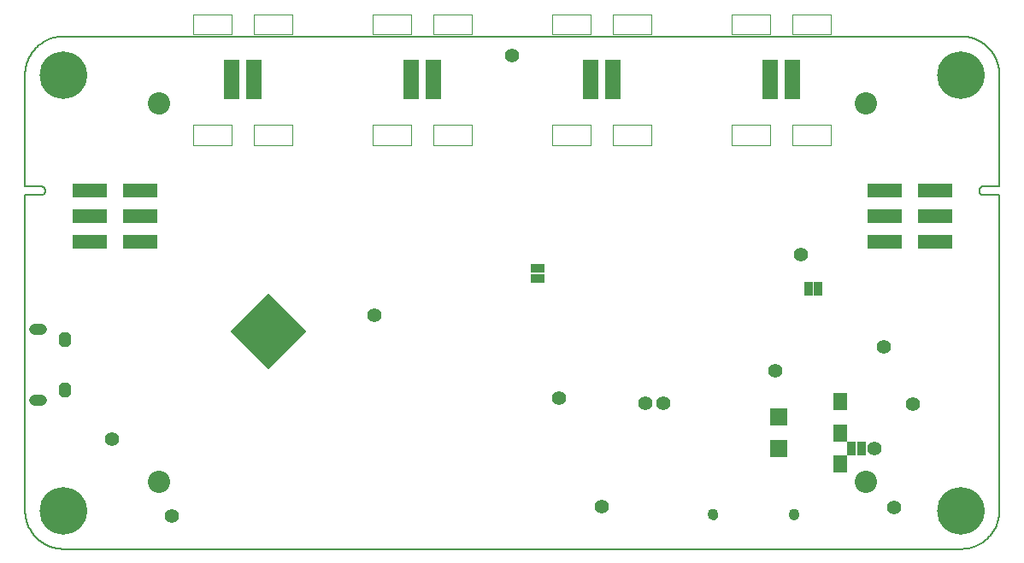
<source format=gbs>
G75*
%MOIN*%
%OFA0B0*%
%FSLAX25Y25*%
%IPPOS*%
%LPD*%
%AMOC8*
5,1,8,0,0,1.08239X$1,22.5*
%
%ADD10C,0.00500*%
%ADD11C,0.00000*%
%ADD12C,0.18517*%
%ADD13R,0.13398X0.05800*%
%ADD14C,0.00394*%
%ADD15R,0.06299X0.15748*%
%ADD16C,0.08674*%
%ADD17C,0.03405*%
%ADD18C,0.04343*%
%ADD19C,0.05562*%
%ADD20R,0.05524X0.06706*%
%ADD21R,0.06706X0.06706*%
%ADD22R,0.03300X0.05800*%
%ADD23R,0.20800X0.20800*%
%ADD24C,0.04300*%
%ADD25R,0.05800X0.03300*%
D10*
X0177595Y0163933D02*
X0527595Y0163933D01*
X0527957Y0163937D01*
X0528320Y0163951D01*
X0528682Y0163972D01*
X0529043Y0164003D01*
X0529403Y0164042D01*
X0529762Y0164090D01*
X0530120Y0164147D01*
X0530477Y0164212D01*
X0530832Y0164286D01*
X0531185Y0164369D01*
X0531536Y0164460D01*
X0531884Y0164559D01*
X0532230Y0164667D01*
X0532574Y0164783D01*
X0532914Y0164908D01*
X0533251Y0165040D01*
X0533585Y0165181D01*
X0533916Y0165330D01*
X0534243Y0165487D01*
X0534566Y0165651D01*
X0534885Y0165823D01*
X0535199Y0166003D01*
X0535510Y0166191D01*
X0535815Y0166386D01*
X0536116Y0166588D01*
X0536412Y0166798D01*
X0536702Y0167014D01*
X0536988Y0167238D01*
X0537268Y0167468D01*
X0537542Y0167705D01*
X0537810Y0167949D01*
X0538073Y0168199D01*
X0538329Y0168455D01*
X0538579Y0168718D01*
X0538823Y0168986D01*
X0539060Y0169260D01*
X0539290Y0169540D01*
X0539514Y0169826D01*
X0539730Y0170116D01*
X0539940Y0170412D01*
X0540142Y0170713D01*
X0540337Y0171018D01*
X0540525Y0171329D01*
X0540705Y0171643D01*
X0540877Y0171962D01*
X0541041Y0172285D01*
X0541198Y0172612D01*
X0541347Y0172943D01*
X0541488Y0173277D01*
X0541620Y0173614D01*
X0541745Y0173954D01*
X0541861Y0174298D01*
X0541969Y0174644D01*
X0542068Y0174992D01*
X0542159Y0175343D01*
X0542242Y0175696D01*
X0542316Y0176051D01*
X0542381Y0176408D01*
X0542438Y0176766D01*
X0542486Y0177125D01*
X0542525Y0177485D01*
X0542556Y0177846D01*
X0542577Y0178208D01*
X0542591Y0178571D01*
X0542595Y0178933D01*
X0542595Y0302004D01*
X0536493Y0302004D01*
X0536411Y0302006D01*
X0536330Y0302012D01*
X0536248Y0302021D01*
X0536167Y0302034D01*
X0536087Y0302051D01*
X0536008Y0302072D01*
X0535930Y0302096D01*
X0535853Y0302124D01*
X0535777Y0302155D01*
X0535703Y0302190D01*
X0535631Y0302228D01*
X0535560Y0302269D01*
X0535492Y0302314D01*
X0535425Y0302362D01*
X0535361Y0302413D01*
X0535299Y0302466D01*
X0535240Y0302523D01*
X0535183Y0302582D01*
X0535130Y0302644D01*
X0535079Y0302708D01*
X0535031Y0302775D01*
X0534986Y0302843D01*
X0534945Y0302914D01*
X0534907Y0302986D01*
X0534872Y0303060D01*
X0534841Y0303136D01*
X0534813Y0303213D01*
X0534789Y0303291D01*
X0534768Y0303370D01*
X0534751Y0303450D01*
X0534738Y0303531D01*
X0534729Y0303613D01*
X0534723Y0303694D01*
X0534721Y0303776D01*
X0534723Y0303858D01*
X0534729Y0303939D01*
X0534738Y0304021D01*
X0534751Y0304102D01*
X0534768Y0304182D01*
X0534789Y0304261D01*
X0534813Y0304339D01*
X0534841Y0304416D01*
X0534872Y0304492D01*
X0534907Y0304566D01*
X0534945Y0304638D01*
X0534986Y0304709D01*
X0535031Y0304777D01*
X0535079Y0304844D01*
X0535130Y0304908D01*
X0535183Y0304970D01*
X0535240Y0305029D01*
X0535299Y0305086D01*
X0535361Y0305139D01*
X0535425Y0305190D01*
X0535492Y0305238D01*
X0535560Y0305283D01*
X0535631Y0305324D01*
X0535703Y0305362D01*
X0535777Y0305397D01*
X0535853Y0305428D01*
X0535930Y0305456D01*
X0536008Y0305480D01*
X0536087Y0305501D01*
X0536167Y0305518D01*
X0536248Y0305531D01*
X0536330Y0305540D01*
X0536411Y0305546D01*
X0536493Y0305548D01*
X0536493Y0305547D02*
X0542595Y0305547D01*
X0542595Y0348933D01*
X0542591Y0349295D01*
X0542577Y0349658D01*
X0542556Y0350020D01*
X0542525Y0350381D01*
X0542486Y0350741D01*
X0542438Y0351100D01*
X0542381Y0351458D01*
X0542316Y0351815D01*
X0542242Y0352170D01*
X0542159Y0352523D01*
X0542068Y0352874D01*
X0541969Y0353222D01*
X0541861Y0353568D01*
X0541745Y0353912D01*
X0541620Y0354252D01*
X0541488Y0354589D01*
X0541347Y0354923D01*
X0541198Y0355254D01*
X0541041Y0355581D01*
X0540877Y0355904D01*
X0540705Y0356223D01*
X0540525Y0356537D01*
X0540337Y0356848D01*
X0540142Y0357153D01*
X0539940Y0357454D01*
X0539730Y0357750D01*
X0539514Y0358040D01*
X0539290Y0358326D01*
X0539060Y0358606D01*
X0538823Y0358880D01*
X0538579Y0359148D01*
X0538329Y0359411D01*
X0538073Y0359667D01*
X0537810Y0359917D01*
X0537542Y0360161D01*
X0537268Y0360398D01*
X0536988Y0360628D01*
X0536702Y0360852D01*
X0536412Y0361068D01*
X0536116Y0361278D01*
X0535815Y0361480D01*
X0535510Y0361675D01*
X0535199Y0361863D01*
X0534885Y0362043D01*
X0534566Y0362215D01*
X0534243Y0362379D01*
X0533916Y0362536D01*
X0533585Y0362685D01*
X0533251Y0362826D01*
X0532914Y0362958D01*
X0532574Y0363083D01*
X0532230Y0363199D01*
X0531884Y0363307D01*
X0531536Y0363406D01*
X0531185Y0363497D01*
X0530832Y0363580D01*
X0530477Y0363654D01*
X0530120Y0363719D01*
X0529762Y0363776D01*
X0529403Y0363824D01*
X0529043Y0363863D01*
X0528682Y0363894D01*
X0528320Y0363915D01*
X0527957Y0363929D01*
X0527595Y0363933D01*
X0177595Y0363933D01*
X0177233Y0363929D01*
X0176870Y0363915D01*
X0176508Y0363894D01*
X0176147Y0363863D01*
X0175787Y0363824D01*
X0175428Y0363776D01*
X0175070Y0363719D01*
X0174713Y0363654D01*
X0174358Y0363580D01*
X0174005Y0363497D01*
X0173654Y0363406D01*
X0173306Y0363307D01*
X0172960Y0363199D01*
X0172616Y0363083D01*
X0172276Y0362958D01*
X0171939Y0362826D01*
X0171605Y0362685D01*
X0171274Y0362536D01*
X0170947Y0362379D01*
X0170624Y0362215D01*
X0170305Y0362043D01*
X0169991Y0361863D01*
X0169680Y0361675D01*
X0169375Y0361480D01*
X0169074Y0361278D01*
X0168778Y0361068D01*
X0168488Y0360852D01*
X0168202Y0360628D01*
X0167922Y0360398D01*
X0167648Y0360161D01*
X0167380Y0359917D01*
X0167117Y0359667D01*
X0166861Y0359411D01*
X0166611Y0359148D01*
X0166367Y0358880D01*
X0166130Y0358606D01*
X0165900Y0358326D01*
X0165676Y0358040D01*
X0165460Y0357750D01*
X0165250Y0357454D01*
X0165048Y0357153D01*
X0164853Y0356848D01*
X0164665Y0356537D01*
X0164485Y0356223D01*
X0164313Y0355904D01*
X0164149Y0355581D01*
X0163992Y0355254D01*
X0163843Y0354923D01*
X0163702Y0354589D01*
X0163570Y0354252D01*
X0163445Y0353912D01*
X0163329Y0353568D01*
X0163221Y0353222D01*
X0163122Y0352874D01*
X0163031Y0352523D01*
X0162948Y0352170D01*
X0162874Y0351815D01*
X0162809Y0351458D01*
X0162752Y0351100D01*
X0162704Y0350741D01*
X0162665Y0350381D01*
X0162634Y0350020D01*
X0162613Y0349658D01*
X0162599Y0349295D01*
X0162595Y0348933D01*
X0162595Y0305547D01*
X0168698Y0305547D01*
X0168698Y0305548D02*
X0168780Y0305546D01*
X0168861Y0305540D01*
X0168943Y0305531D01*
X0169024Y0305518D01*
X0169104Y0305501D01*
X0169183Y0305480D01*
X0169261Y0305456D01*
X0169338Y0305428D01*
X0169414Y0305397D01*
X0169488Y0305362D01*
X0169560Y0305324D01*
X0169631Y0305283D01*
X0169699Y0305238D01*
X0169766Y0305190D01*
X0169830Y0305139D01*
X0169892Y0305086D01*
X0169951Y0305029D01*
X0170008Y0304970D01*
X0170061Y0304908D01*
X0170112Y0304844D01*
X0170160Y0304777D01*
X0170205Y0304709D01*
X0170246Y0304638D01*
X0170284Y0304566D01*
X0170319Y0304492D01*
X0170350Y0304416D01*
X0170378Y0304339D01*
X0170402Y0304261D01*
X0170423Y0304182D01*
X0170440Y0304102D01*
X0170453Y0304021D01*
X0170462Y0303939D01*
X0170468Y0303858D01*
X0170470Y0303776D01*
X0170468Y0303694D01*
X0170462Y0303613D01*
X0170453Y0303531D01*
X0170440Y0303450D01*
X0170423Y0303370D01*
X0170402Y0303291D01*
X0170378Y0303213D01*
X0170350Y0303136D01*
X0170319Y0303060D01*
X0170284Y0302986D01*
X0170246Y0302914D01*
X0170205Y0302843D01*
X0170160Y0302775D01*
X0170112Y0302708D01*
X0170061Y0302644D01*
X0170008Y0302582D01*
X0169951Y0302523D01*
X0169892Y0302466D01*
X0169830Y0302413D01*
X0169766Y0302362D01*
X0169699Y0302314D01*
X0169631Y0302269D01*
X0169560Y0302228D01*
X0169488Y0302190D01*
X0169414Y0302155D01*
X0169338Y0302124D01*
X0169261Y0302096D01*
X0169183Y0302072D01*
X0169104Y0302051D01*
X0169024Y0302034D01*
X0168943Y0302021D01*
X0168861Y0302012D01*
X0168780Y0302006D01*
X0168698Y0302004D01*
X0162595Y0302004D01*
X0162595Y0178933D01*
X0162599Y0178571D01*
X0162613Y0178208D01*
X0162634Y0177846D01*
X0162665Y0177485D01*
X0162704Y0177125D01*
X0162752Y0176766D01*
X0162809Y0176408D01*
X0162874Y0176051D01*
X0162948Y0175696D01*
X0163031Y0175343D01*
X0163122Y0174992D01*
X0163221Y0174644D01*
X0163329Y0174298D01*
X0163445Y0173954D01*
X0163570Y0173614D01*
X0163702Y0173277D01*
X0163843Y0172943D01*
X0163992Y0172612D01*
X0164149Y0172285D01*
X0164313Y0171962D01*
X0164485Y0171643D01*
X0164665Y0171329D01*
X0164853Y0171018D01*
X0165048Y0170713D01*
X0165250Y0170412D01*
X0165460Y0170116D01*
X0165676Y0169826D01*
X0165900Y0169540D01*
X0166130Y0169260D01*
X0166367Y0168986D01*
X0166611Y0168718D01*
X0166861Y0168455D01*
X0167117Y0168199D01*
X0167380Y0167949D01*
X0167648Y0167705D01*
X0167922Y0167468D01*
X0168202Y0167238D01*
X0168488Y0167014D01*
X0168778Y0166798D01*
X0169074Y0166588D01*
X0169375Y0166386D01*
X0169680Y0166191D01*
X0169991Y0166003D01*
X0170305Y0165823D01*
X0170624Y0165651D01*
X0170947Y0165487D01*
X0171274Y0165330D01*
X0171605Y0165181D01*
X0171939Y0165040D01*
X0172276Y0164908D01*
X0172616Y0164783D01*
X0172960Y0164667D01*
X0173306Y0164559D01*
X0173654Y0164460D01*
X0174005Y0164369D01*
X0174358Y0164286D01*
X0174713Y0164212D01*
X0175070Y0164147D01*
X0175428Y0164090D01*
X0175787Y0164042D01*
X0176147Y0164003D01*
X0176508Y0163972D01*
X0176870Y0163951D01*
X0177233Y0163937D01*
X0177595Y0163933D01*
D11*
X0168737Y0178933D02*
X0168740Y0179150D01*
X0168748Y0179368D01*
X0168761Y0179585D01*
X0168780Y0179801D01*
X0168804Y0180017D01*
X0168833Y0180233D01*
X0168867Y0180447D01*
X0168907Y0180661D01*
X0168952Y0180874D01*
X0169002Y0181085D01*
X0169058Y0181296D01*
X0169118Y0181504D01*
X0169184Y0181712D01*
X0169255Y0181917D01*
X0169331Y0182121D01*
X0169411Y0182323D01*
X0169497Y0182523D01*
X0169587Y0182720D01*
X0169683Y0182916D01*
X0169783Y0183109D01*
X0169888Y0183299D01*
X0169997Y0183487D01*
X0170111Y0183672D01*
X0170230Y0183854D01*
X0170353Y0184034D01*
X0170480Y0184210D01*
X0170612Y0184383D01*
X0170748Y0184552D01*
X0170888Y0184719D01*
X0171032Y0184882D01*
X0171180Y0185041D01*
X0171331Y0185197D01*
X0171487Y0185348D01*
X0171646Y0185496D01*
X0171809Y0185640D01*
X0171976Y0185780D01*
X0172145Y0185916D01*
X0172318Y0186048D01*
X0172494Y0186175D01*
X0172674Y0186298D01*
X0172856Y0186417D01*
X0173041Y0186531D01*
X0173229Y0186640D01*
X0173419Y0186745D01*
X0173612Y0186845D01*
X0173808Y0186941D01*
X0174005Y0187031D01*
X0174205Y0187117D01*
X0174407Y0187197D01*
X0174611Y0187273D01*
X0174816Y0187344D01*
X0175024Y0187410D01*
X0175232Y0187470D01*
X0175443Y0187526D01*
X0175654Y0187576D01*
X0175867Y0187621D01*
X0176081Y0187661D01*
X0176295Y0187695D01*
X0176511Y0187724D01*
X0176727Y0187748D01*
X0176943Y0187767D01*
X0177160Y0187780D01*
X0177378Y0187788D01*
X0177595Y0187791D01*
X0177812Y0187788D01*
X0178030Y0187780D01*
X0178247Y0187767D01*
X0178463Y0187748D01*
X0178679Y0187724D01*
X0178895Y0187695D01*
X0179109Y0187661D01*
X0179323Y0187621D01*
X0179536Y0187576D01*
X0179747Y0187526D01*
X0179958Y0187470D01*
X0180166Y0187410D01*
X0180374Y0187344D01*
X0180579Y0187273D01*
X0180783Y0187197D01*
X0180985Y0187117D01*
X0181185Y0187031D01*
X0181382Y0186941D01*
X0181578Y0186845D01*
X0181771Y0186745D01*
X0181961Y0186640D01*
X0182149Y0186531D01*
X0182334Y0186417D01*
X0182516Y0186298D01*
X0182696Y0186175D01*
X0182872Y0186048D01*
X0183045Y0185916D01*
X0183214Y0185780D01*
X0183381Y0185640D01*
X0183544Y0185496D01*
X0183703Y0185348D01*
X0183859Y0185197D01*
X0184010Y0185041D01*
X0184158Y0184882D01*
X0184302Y0184719D01*
X0184442Y0184552D01*
X0184578Y0184383D01*
X0184710Y0184210D01*
X0184837Y0184034D01*
X0184960Y0183854D01*
X0185079Y0183672D01*
X0185193Y0183487D01*
X0185302Y0183299D01*
X0185407Y0183109D01*
X0185507Y0182916D01*
X0185603Y0182720D01*
X0185693Y0182523D01*
X0185779Y0182323D01*
X0185859Y0182121D01*
X0185935Y0181917D01*
X0186006Y0181712D01*
X0186072Y0181504D01*
X0186132Y0181296D01*
X0186188Y0181085D01*
X0186238Y0180874D01*
X0186283Y0180661D01*
X0186323Y0180447D01*
X0186357Y0180233D01*
X0186386Y0180017D01*
X0186410Y0179801D01*
X0186429Y0179585D01*
X0186442Y0179368D01*
X0186450Y0179150D01*
X0186453Y0178933D01*
X0186450Y0178716D01*
X0186442Y0178498D01*
X0186429Y0178281D01*
X0186410Y0178065D01*
X0186386Y0177849D01*
X0186357Y0177633D01*
X0186323Y0177419D01*
X0186283Y0177205D01*
X0186238Y0176992D01*
X0186188Y0176781D01*
X0186132Y0176570D01*
X0186072Y0176362D01*
X0186006Y0176154D01*
X0185935Y0175949D01*
X0185859Y0175745D01*
X0185779Y0175543D01*
X0185693Y0175343D01*
X0185603Y0175146D01*
X0185507Y0174950D01*
X0185407Y0174757D01*
X0185302Y0174567D01*
X0185193Y0174379D01*
X0185079Y0174194D01*
X0184960Y0174012D01*
X0184837Y0173832D01*
X0184710Y0173656D01*
X0184578Y0173483D01*
X0184442Y0173314D01*
X0184302Y0173147D01*
X0184158Y0172984D01*
X0184010Y0172825D01*
X0183859Y0172669D01*
X0183703Y0172518D01*
X0183544Y0172370D01*
X0183381Y0172226D01*
X0183214Y0172086D01*
X0183045Y0171950D01*
X0182872Y0171818D01*
X0182696Y0171691D01*
X0182516Y0171568D01*
X0182334Y0171449D01*
X0182149Y0171335D01*
X0181961Y0171226D01*
X0181771Y0171121D01*
X0181578Y0171021D01*
X0181382Y0170925D01*
X0181185Y0170835D01*
X0180985Y0170749D01*
X0180783Y0170669D01*
X0180579Y0170593D01*
X0180374Y0170522D01*
X0180166Y0170456D01*
X0179958Y0170396D01*
X0179747Y0170340D01*
X0179536Y0170290D01*
X0179323Y0170245D01*
X0179109Y0170205D01*
X0178895Y0170171D01*
X0178679Y0170142D01*
X0178463Y0170118D01*
X0178247Y0170099D01*
X0178030Y0170086D01*
X0177812Y0170078D01*
X0177595Y0170075D01*
X0177378Y0170078D01*
X0177160Y0170086D01*
X0176943Y0170099D01*
X0176727Y0170118D01*
X0176511Y0170142D01*
X0176295Y0170171D01*
X0176081Y0170205D01*
X0175867Y0170245D01*
X0175654Y0170290D01*
X0175443Y0170340D01*
X0175232Y0170396D01*
X0175024Y0170456D01*
X0174816Y0170522D01*
X0174611Y0170593D01*
X0174407Y0170669D01*
X0174205Y0170749D01*
X0174005Y0170835D01*
X0173808Y0170925D01*
X0173612Y0171021D01*
X0173419Y0171121D01*
X0173229Y0171226D01*
X0173041Y0171335D01*
X0172856Y0171449D01*
X0172674Y0171568D01*
X0172494Y0171691D01*
X0172318Y0171818D01*
X0172145Y0171950D01*
X0171976Y0172086D01*
X0171809Y0172226D01*
X0171646Y0172370D01*
X0171487Y0172518D01*
X0171331Y0172669D01*
X0171180Y0172825D01*
X0171032Y0172984D01*
X0170888Y0173147D01*
X0170748Y0173314D01*
X0170612Y0173483D01*
X0170480Y0173656D01*
X0170353Y0173832D01*
X0170230Y0174012D01*
X0170111Y0174194D01*
X0169997Y0174379D01*
X0169888Y0174567D01*
X0169783Y0174757D01*
X0169683Y0174950D01*
X0169587Y0175146D01*
X0169497Y0175343D01*
X0169411Y0175543D01*
X0169331Y0175745D01*
X0169255Y0175949D01*
X0169184Y0176154D01*
X0169118Y0176362D01*
X0169058Y0176570D01*
X0169002Y0176781D01*
X0168952Y0176992D01*
X0168907Y0177205D01*
X0168867Y0177419D01*
X0168833Y0177633D01*
X0168804Y0177849D01*
X0168780Y0178065D01*
X0168761Y0178281D01*
X0168748Y0178498D01*
X0168740Y0178716D01*
X0168737Y0178933D01*
X0210863Y0190114D02*
X0210865Y0190239D01*
X0210871Y0190364D01*
X0210881Y0190488D01*
X0210895Y0190612D01*
X0210912Y0190736D01*
X0210934Y0190859D01*
X0210960Y0190981D01*
X0210989Y0191103D01*
X0211022Y0191223D01*
X0211060Y0191342D01*
X0211100Y0191461D01*
X0211145Y0191577D01*
X0211193Y0191692D01*
X0211245Y0191806D01*
X0211301Y0191918D01*
X0211360Y0192028D01*
X0211422Y0192136D01*
X0211488Y0192243D01*
X0211557Y0192347D01*
X0211630Y0192448D01*
X0211705Y0192548D01*
X0211784Y0192645D01*
X0211866Y0192739D01*
X0211951Y0192831D01*
X0212038Y0192920D01*
X0212129Y0193006D01*
X0212222Y0193089D01*
X0212318Y0193170D01*
X0212416Y0193247D01*
X0212516Y0193321D01*
X0212619Y0193392D01*
X0212724Y0193459D01*
X0212832Y0193524D01*
X0212941Y0193584D01*
X0213052Y0193642D01*
X0213165Y0193695D01*
X0213279Y0193745D01*
X0213395Y0193792D01*
X0213512Y0193834D01*
X0213631Y0193873D01*
X0213751Y0193909D01*
X0213872Y0193940D01*
X0213994Y0193968D01*
X0214116Y0193991D01*
X0214240Y0194011D01*
X0214364Y0194027D01*
X0214488Y0194039D01*
X0214613Y0194047D01*
X0214738Y0194051D01*
X0214862Y0194051D01*
X0214987Y0194047D01*
X0215112Y0194039D01*
X0215236Y0194027D01*
X0215360Y0194011D01*
X0215484Y0193991D01*
X0215606Y0193968D01*
X0215728Y0193940D01*
X0215849Y0193909D01*
X0215969Y0193873D01*
X0216088Y0193834D01*
X0216205Y0193792D01*
X0216321Y0193745D01*
X0216435Y0193695D01*
X0216548Y0193642D01*
X0216659Y0193584D01*
X0216769Y0193524D01*
X0216876Y0193459D01*
X0216981Y0193392D01*
X0217084Y0193321D01*
X0217184Y0193247D01*
X0217282Y0193170D01*
X0217378Y0193089D01*
X0217471Y0193006D01*
X0217562Y0192920D01*
X0217649Y0192831D01*
X0217734Y0192739D01*
X0217816Y0192645D01*
X0217895Y0192548D01*
X0217970Y0192448D01*
X0218043Y0192347D01*
X0218112Y0192243D01*
X0218178Y0192136D01*
X0218240Y0192028D01*
X0218299Y0191918D01*
X0218355Y0191806D01*
X0218407Y0191692D01*
X0218455Y0191577D01*
X0218500Y0191461D01*
X0218540Y0191342D01*
X0218578Y0191223D01*
X0218611Y0191103D01*
X0218640Y0190981D01*
X0218666Y0190859D01*
X0218688Y0190736D01*
X0218705Y0190612D01*
X0218719Y0190488D01*
X0218729Y0190364D01*
X0218735Y0190239D01*
X0218737Y0190114D01*
X0218735Y0189989D01*
X0218729Y0189864D01*
X0218719Y0189740D01*
X0218705Y0189616D01*
X0218688Y0189492D01*
X0218666Y0189369D01*
X0218640Y0189247D01*
X0218611Y0189125D01*
X0218578Y0189005D01*
X0218540Y0188886D01*
X0218500Y0188767D01*
X0218455Y0188651D01*
X0218407Y0188536D01*
X0218355Y0188422D01*
X0218299Y0188310D01*
X0218240Y0188200D01*
X0218178Y0188092D01*
X0218112Y0187985D01*
X0218043Y0187881D01*
X0217970Y0187780D01*
X0217895Y0187680D01*
X0217816Y0187583D01*
X0217734Y0187489D01*
X0217649Y0187397D01*
X0217562Y0187308D01*
X0217471Y0187222D01*
X0217378Y0187139D01*
X0217282Y0187058D01*
X0217184Y0186981D01*
X0217084Y0186907D01*
X0216981Y0186836D01*
X0216876Y0186769D01*
X0216768Y0186704D01*
X0216659Y0186644D01*
X0216548Y0186586D01*
X0216435Y0186533D01*
X0216321Y0186483D01*
X0216205Y0186436D01*
X0216088Y0186394D01*
X0215969Y0186355D01*
X0215849Y0186319D01*
X0215728Y0186288D01*
X0215606Y0186260D01*
X0215484Y0186237D01*
X0215360Y0186217D01*
X0215236Y0186201D01*
X0215112Y0186189D01*
X0214987Y0186181D01*
X0214862Y0186177D01*
X0214738Y0186177D01*
X0214613Y0186181D01*
X0214488Y0186189D01*
X0214364Y0186201D01*
X0214240Y0186217D01*
X0214116Y0186237D01*
X0213994Y0186260D01*
X0213872Y0186288D01*
X0213751Y0186319D01*
X0213631Y0186355D01*
X0213512Y0186394D01*
X0213395Y0186436D01*
X0213279Y0186483D01*
X0213165Y0186533D01*
X0213052Y0186586D01*
X0212941Y0186644D01*
X0212831Y0186704D01*
X0212724Y0186769D01*
X0212619Y0186836D01*
X0212516Y0186907D01*
X0212416Y0186981D01*
X0212318Y0187058D01*
X0212222Y0187139D01*
X0212129Y0187222D01*
X0212038Y0187308D01*
X0211951Y0187397D01*
X0211866Y0187489D01*
X0211784Y0187583D01*
X0211705Y0187680D01*
X0211630Y0187780D01*
X0211557Y0187881D01*
X0211488Y0187985D01*
X0211422Y0188092D01*
X0211360Y0188200D01*
X0211301Y0188310D01*
X0211245Y0188422D01*
X0211193Y0188536D01*
X0211145Y0188651D01*
X0211100Y0188767D01*
X0211060Y0188886D01*
X0211022Y0189005D01*
X0210989Y0189125D01*
X0210960Y0189247D01*
X0210934Y0189369D01*
X0210912Y0189492D01*
X0210895Y0189616D01*
X0210881Y0189740D01*
X0210871Y0189864D01*
X0210865Y0189989D01*
X0210863Y0190114D01*
X0210863Y0337752D02*
X0210865Y0337877D01*
X0210871Y0338002D01*
X0210881Y0338126D01*
X0210895Y0338250D01*
X0210912Y0338374D01*
X0210934Y0338497D01*
X0210960Y0338619D01*
X0210989Y0338741D01*
X0211022Y0338861D01*
X0211060Y0338980D01*
X0211100Y0339099D01*
X0211145Y0339215D01*
X0211193Y0339330D01*
X0211245Y0339444D01*
X0211301Y0339556D01*
X0211360Y0339666D01*
X0211422Y0339774D01*
X0211488Y0339881D01*
X0211557Y0339985D01*
X0211630Y0340086D01*
X0211705Y0340186D01*
X0211784Y0340283D01*
X0211866Y0340377D01*
X0211951Y0340469D01*
X0212038Y0340558D01*
X0212129Y0340644D01*
X0212222Y0340727D01*
X0212318Y0340808D01*
X0212416Y0340885D01*
X0212516Y0340959D01*
X0212619Y0341030D01*
X0212724Y0341097D01*
X0212832Y0341162D01*
X0212941Y0341222D01*
X0213052Y0341280D01*
X0213165Y0341333D01*
X0213279Y0341383D01*
X0213395Y0341430D01*
X0213512Y0341472D01*
X0213631Y0341511D01*
X0213751Y0341547D01*
X0213872Y0341578D01*
X0213994Y0341606D01*
X0214116Y0341629D01*
X0214240Y0341649D01*
X0214364Y0341665D01*
X0214488Y0341677D01*
X0214613Y0341685D01*
X0214738Y0341689D01*
X0214862Y0341689D01*
X0214987Y0341685D01*
X0215112Y0341677D01*
X0215236Y0341665D01*
X0215360Y0341649D01*
X0215484Y0341629D01*
X0215606Y0341606D01*
X0215728Y0341578D01*
X0215849Y0341547D01*
X0215969Y0341511D01*
X0216088Y0341472D01*
X0216205Y0341430D01*
X0216321Y0341383D01*
X0216435Y0341333D01*
X0216548Y0341280D01*
X0216659Y0341222D01*
X0216769Y0341162D01*
X0216876Y0341097D01*
X0216981Y0341030D01*
X0217084Y0340959D01*
X0217184Y0340885D01*
X0217282Y0340808D01*
X0217378Y0340727D01*
X0217471Y0340644D01*
X0217562Y0340558D01*
X0217649Y0340469D01*
X0217734Y0340377D01*
X0217816Y0340283D01*
X0217895Y0340186D01*
X0217970Y0340086D01*
X0218043Y0339985D01*
X0218112Y0339881D01*
X0218178Y0339774D01*
X0218240Y0339666D01*
X0218299Y0339556D01*
X0218355Y0339444D01*
X0218407Y0339330D01*
X0218455Y0339215D01*
X0218500Y0339099D01*
X0218540Y0338980D01*
X0218578Y0338861D01*
X0218611Y0338741D01*
X0218640Y0338619D01*
X0218666Y0338497D01*
X0218688Y0338374D01*
X0218705Y0338250D01*
X0218719Y0338126D01*
X0218729Y0338002D01*
X0218735Y0337877D01*
X0218737Y0337752D01*
X0218735Y0337627D01*
X0218729Y0337502D01*
X0218719Y0337378D01*
X0218705Y0337254D01*
X0218688Y0337130D01*
X0218666Y0337007D01*
X0218640Y0336885D01*
X0218611Y0336763D01*
X0218578Y0336643D01*
X0218540Y0336524D01*
X0218500Y0336405D01*
X0218455Y0336289D01*
X0218407Y0336174D01*
X0218355Y0336060D01*
X0218299Y0335948D01*
X0218240Y0335838D01*
X0218178Y0335730D01*
X0218112Y0335623D01*
X0218043Y0335519D01*
X0217970Y0335418D01*
X0217895Y0335318D01*
X0217816Y0335221D01*
X0217734Y0335127D01*
X0217649Y0335035D01*
X0217562Y0334946D01*
X0217471Y0334860D01*
X0217378Y0334777D01*
X0217282Y0334696D01*
X0217184Y0334619D01*
X0217084Y0334545D01*
X0216981Y0334474D01*
X0216876Y0334407D01*
X0216768Y0334342D01*
X0216659Y0334282D01*
X0216548Y0334224D01*
X0216435Y0334171D01*
X0216321Y0334121D01*
X0216205Y0334074D01*
X0216088Y0334032D01*
X0215969Y0333993D01*
X0215849Y0333957D01*
X0215728Y0333926D01*
X0215606Y0333898D01*
X0215484Y0333875D01*
X0215360Y0333855D01*
X0215236Y0333839D01*
X0215112Y0333827D01*
X0214987Y0333819D01*
X0214862Y0333815D01*
X0214738Y0333815D01*
X0214613Y0333819D01*
X0214488Y0333827D01*
X0214364Y0333839D01*
X0214240Y0333855D01*
X0214116Y0333875D01*
X0213994Y0333898D01*
X0213872Y0333926D01*
X0213751Y0333957D01*
X0213631Y0333993D01*
X0213512Y0334032D01*
X0213395Y0334074D01*
X0213279Y0334121D01*
X0213165Y0334171D01*
X0213052Y0334224D01*
X0212941Y0334282D01*
X0212831Y0334342D01*
X0212724Y0334407D01*
X0212619Y0334474D01*
X0212516Y0334545D01*
X0212416Y0334619D01*
X0212318Y0334696D01*
X0212222Y0334777D01*
X0212129Y0334860D01*
X0212038Y0334946D01*
X0211951Y0335035D01*
X0211866Y0335127D01*
X0211784Y0335221D01*
X0211705Y0335318D01*
X0211630Y0335418D01*
X0211557Y0335519D01*
X0211488Y0335623D01*
X0211422Y0335730D01*
X0211360Y0335838D01*
X0211301Y0335948D01*
X0211245Y0336060D01*
X0211193Y0336174D01*
X0211145Y0336289D01*
X0211100Y0336405D01*
X0211060Y0336524D01*
X0211022Y0336643D01*
X0210989Y0336763D01*
X0210960Y0336885D01*
X0210934Y0337007D01*
X0210912Y0337130D01*
X0210895Y0337254D01*
X0210881Y0337378D01*
X0210871Y0337502D01*
X0210865Y0337627D01*
X0210863Y0337752D01*
X0168737Y0348933D02*
X0168740Y0349150D01*
X0168748Y0349368D01*
X0168761Y0349585D01*
X0168780Y0349801D01*
X0168804Y0350017D01*
X0168833Y0350233D01*
X0168867Y0350447D01*
X0168907Y0350661D01*
X0168952Y0350874D01*
X0169002Y0351085D01*
X0169058Y0351296D01*
X0169118Y0351504D01*
X0169184Y0351712D01*
X0169255Y0351917D01*
X0169331Y0352121D01*
X0169411Y0352323D01*
X0169497Y0352523D01*
X0169587Y0352720D01*
X0169683Y0352916D01*
X0169783Y0353109D01*
X0169888Y0353299D01*
X0169997Y0353487D01*
X0170111Y0353672D01*
X0170230Y0353854D01*
X0170353Y0354034D01*
X0170480Y0354210D01*
X0170612Y0354383D01*
X0170748Y0354552D01*
X0170888Y0354719D01*
X0171032Y0354882D01*
X0171180Y0355041D01*
X0171331Y0355197D01*
X0171487Y0355348D01*
X0171646Y0355496D01*
X0171809Y0355640D01*
X0171976Y0355780D01*
X0172145Y0355916D01*
X0172318Y0356048D01*
X0172494Y0356175D01*
X0172674Y0356298D01*
X0172856Y0356417D01*
X0173041Y0356531D01*
X0173229Y0356640D01*
X0173419Y0356745D01*
X0173612Y0356845D01*
X0173808Y0356941D01*
X0174005Y0357031D01*
X0174205Y0357117D01*
X0174407Y0357197D01*
X0174611Y0357273D01*
X0174816Y0357344D01*
X0175024Y0357410D01*
X0175232Y0357470D01*
X0175443Y0357526D01*
X0175654Y0357576D01*
X0175867Y0357621D01*
X0176081Y0357661D01*
X0176295Y0357695D01*
X0176511Y0357724D01*
X0176727Y0357748D01*
X0176943Y0357767D01*
X0177160Y0357780D01*
X0177378Y0357788D01*
X0177595Y0357791D01*
X0177812Y0357788D01*
X0178030Y0357780D01*
X0178247Y0357767D01*
X0178463Y0357748D01*
X0178679Y0357724D01*
X0178895Y0357695D01*
X0179109Y0357661D01*
X0179323Y0357621D01*
X0179536Y0357576D01*
X0179747Y0357526D01*
X0179958Y0357470D01*
X0180166Y0357410D01*
X0180374Y0357344D01*
X0180579Y0357273D01*
X0180783Y0357197D01*
X0180985Y0357117D01*
X0181185Y0357031D01*
X0181382Y0356941D01*
X0181578Y0356845D01*
X0181771Y0356745D01*
X0181961Y0356640D01*
X0182149Y0356531D01*
X0182334Y0356417D01*
X0182516Y0356298D01*
X0182696Y0356175D01*
X0182872Y0356048D01*
X0183045Y0355916D01*
X0183214Y0355780D01*
X0183381Y0355640D01*
X0183544Y0355496D01*
X0183703Y0355348D01*
X0183859Y0355197D01*
X0184010Y0355041D01*
X0184158Y0354882D01*
X0184302Y0354719D01*
X0184442Y0354552D01*
X0184578Y0354383D01*
X0184710Y0354210D01*
X0184837Y0354034D01*
X0184960Y0353854D01*
X0185079Y0353672D01*
X0185193Y0353487D01*
X0185302Y0353299D01*
X0185407Y0353109D01*
X0185507Y0352916D01*
X0185603Y0352720D01*
X0185693Y0352523D01*
X0185779Y0352323D01*
X0185859Y0352121D01*
X0185935Y0351917D01*
X0186006Y0351712D01*
X0186072Y0351504D01*
X0186132Y0351296D01*
X0186188Y0351085D01*
X0186238Y0350874D01*
X0186283Y0350661D01*
X0186323Y0350447D01*
X0186357Y0350233D01*
X0186386Y0350017D01*
X0186410Y0349801D01*
X0186429Y0349585D01*
X0186442Y0349368D01*
X0186450Y0349150D01*
X0186453Y0348933D01*
X0186450Y0348716D01*
X0186442Y0348498D01*
X0186429Y0348281D01*
X0186410Y0348065D01*
X0186386Y0347849D01*
X0186357Y0347633D01*
X0186323Y0347419D01*
X0186283Y0347205D01*
X0186238Y0346992D01*
X0186188Y0346781D01*
X0186132Y0346570D01*
X0186072Y0346362D01*
X0186006Y0346154D01*
X0185935Y0345949D01*
X0185859Y0345745D01*
X0185779Y0345543D01*
X0185693Y0345343D01*
X0185603Y0345146D01*
X0185507Y0344950D01*
X0185407Y0344757D01*
X0185302Y0344567D01*
X0185193Y0344379D01*
X0185079Y0344194D01*
X0184960Y0344012D01*
X0184837Y0343832D01*
X0184710Y0343656D01*
X0184578Y0343483D01*
X0184442Y0343314D01*
X0184302Y0343147D01*
X0184158Y0342984D01*
X0184010Y0342825D01*
X0183859Y0342669D01*
X0183703Y0342518D01*
X0183544Y0342370D01*
X0183381Y0342226D01*
X0183214Y0342086D01*
X0183045Y0341950D01*
X0182872Y0341818D01*
X0182696Y0341691D01*
X0182516Y0341568D01*
X0182334Y0341449D01*
X0182149Y0341335D01*
X0181961Y0341226D01*
X0181771Y0341121D01*
X0181578Y0341021D01*
X0181382Y0340925D01*
X0181185Y0340835D01*
X0180985Y0340749D01*
X0180783Y0340669D01*
X0180579Y0340593D01*
X0180374Y0340522D01*
X0180166Y0340456D01*
X0179958Y0340396D01*
X0179747Y0340340D01*
X0179536Y0340290D01*
X0179323Y0340245D01*
X0179109Y0340205D01*
X0178895Y0340171D01*
X0178679Y0340142D01*
X0178463Y0340118D01*
X0178247Y0340099D01*
X0178030Y0340086D01*
X0177812Y0340078D01*
X0177595Y0340075D01*
X0177378Y0340078D01*
X0177160Y0340086D01*
X0176943Y0340099D01*
X0176727Y0340118D01*
X0176511Y0340142D01*
X0176295Y0340171D01*
X0176081Y0340205D01*
X0175867Y0340245D01*
X0175654Y0340290D01*
X0175443Y0340340D01*
X0175232Y0340396D01*
X0175024Y0340456D01*
X0174816Y0340522D01*
X0174611Y0340593D01*
X0174407Y0340669D01*
X0174205Y0340749D01*
X0174005Y0340835D01*
X0173808Y0340925D01*
X0173612Y0341021D01*
X0173419Y0341121D01*
X0173229Y0341226D01*
X0173041Y0341335D01*
X0172856Y0341449D01*
X0172674Y0341568D01*
X0172494Y0341691D01*
X0172318Y0341818D01*
X0172145Y0341950D01*
X0171976Y0342086D01*
X0171809Y0342226D01*
X0171646Y0342370D01*
X0171487Y0342518D01*
X0171331Y0342669D01*
X0171180Y0342825D01*
X0171032Y0342984D01*
X0170888Y0343147D01*
X0170748Y0343314D01*
X0170612Y0343483D01*
X0170480Y0343656D01*
X0170353Y0343832D01*
X0170230Y0344012D01*
X0170111Y0344194D01*
X0169997Y0344379D01*
X0169888Y0344567D01*
X0169783Y0344757D01*
X0169683Y0344950D01*
X0169587Y0345146D01*
X0169497Y0345343D01*
X0169411Y0345543D01*
X0169331Y0345745D01*
X0169255Y0345949D01*
X0169184Y0346154D01*
X0169118Y0346362D01*
X0169058Y0346570D01*
X0169002Y0346781D01*
X0168952Y0346992D01*
X0168907Y0347205D01*
X0168867Y0347419D01*
X0168833Y0347633D01*
X0168804Y0347849D01*
X0168780Y0348065D01*
X0168761Y0348281D01*
X0168748Y0348498D01*
X0168740Y0348716D01*
X0168737Y0348933D01*
X0429109Y0177291D02*
X0429111Y0177374D01*
X0429117Y0177457D01*
X0429127Y0177540D01*
X0429141Y0177622D01*
X0429158Y0177704D01*
X0429180Y0177784D01*
X0429205Y0177863D01*
X0429234Y0177941D01*
X0429267Y0178018D01*
X0429304Y0178093D01*
X0429343Y0178166D01*
X0429387Y0178237D01*
X0429433Y0178306D01*
X0429483Y0178373D01*
X0429536Y0178437D01*
X0429592Y0178499D01*
X0429651Y0178558D01*
X0429713Y0178614D01*
X0429777Y0178667D01*
X0429844Y0178717D01*
X0429913Y0178763D01*
X0429984Y0178807D01*
X0430057Y0178846D01*
X0430132Y0178883D01*
X0430209Y0178916D01*
X0430287Y0178945D01*
X0430366Y0178970D01*
X0430446Y0178992D01*
X0430528Y0179009D01*
X0430610Y0179023D01*
X0430693Y0179033D01*
X0430776Y0179039D01*
X0430859Y0179041D01*
X0430942Y0179039D01*
X0431025Y0179033D01*
X0431108Y0179023D01*
X0431190Y0179009D01*
X0431272Y0178992D01*
X0431352Y0178970D01*
X0431431Y0178945D01*
X0431509Y0178916D01*
X0431586Y0178883D01*
X0431661Y0178846D01*
X0431734Y0178807D01*
X0431805Y0178763D01*
X0431874Y0178717D01*
X0431941Y0178667D01*
X0432005Y0178614D01*
X0432067Y0178558D01*
X0432126Y0178499D01*
X0432182Y0178437D01*
X0432235Y0178373D01*
X0432285Y0178306D01*
X0432331Y0178237D01*
X0432375Y0178166D01*
X0432414Y0178093D01*
X0432451Y0178018D01*
X0432484Y0177941D01*
X0432513Y0177863D01*
X0432538Y0177784D01*
X0432560Y0177704D01*
X0432577Y0177622D01*
X0432591Y0177540D01*
X0432601Y0177457D01*
X0432607Y0177374D01*
X0432609Y0177291D01*
X0432607Y0177208D01*
X0432601Y0177125D01*
X0432591Y0177042D01*
X0432577Y0176960D01*
X0432560Y0176878D01*
X0432538Y0176798D01*
X0432513Y0176719D01*
X0432484Y0176641D01*
X0432451Y0176564D01*
X0432414Y0176489D01*
X0432375Y0176416D01*
X0432331Y0176345D01*
X0432285Y0176276D01*
X0432235Y0176209D01*
X0432182Y0176145D01*
X0432126Y0176083D01*
X0432067Y0176024D01*
X0432005Y0175968D01*
X0431941Y0175915D01*
X0431874Y0175865D01*
X0431805Y0175819D01*
X0431734Y0175775D01*
X0431661Y0175736D01*
X0431586Y0175699D01*
X0431509Y0175666D01*
X0431431Y0175637D01*
X0431352Y0175612D01*
X0431272Y0175590D01*
X0431190Y0175573D01*
X0431108Y0175559D01*
X0431025Y0175549D01*
X0430942Y0175543D01*
X0430859Y0175541D01*
X0430776Y0175543D01*
X0430693Y0175549D01*
X0430610Y0175559D01*
X0430528Y0175573D01*
X0430446Y0175590D01*
X0430366Y0175612D01*
X0430287Y0175637D01*
X0430209Y0175666D01*
X0430132Y0175699D01*
X0430057Y0175736D01*
X0429984Y0175775D01*
X0429913Y0175819D01*
X0429844Y0175865D01*
X0429777Y0175915D01*
X0429713Y0175968D01*
X0429651Y0176024D01*
X0429592Y0176083D01*
X0429536Y0176145D01*
X0429483Y0176209D01*
X0429433Y0176276D01*
X0429387Y0176345D01*
X0429343Y0176416D01*
X0429304Y0176489D01*
X0429267Y0176564D01*
X0429234Y0176641D01*
X0429205Y0176719D01*
X0429180Y0176798D01*
X0429158Y0176878D01*
X0429141Y0176960D01*
X0429127Y0177042D01*
X0429117Y0177125D01*
X0429111Y0177208D01*
X0429109Y0177291D01*
X0460605Y0177291D02*
X0460607Y0177374D01*
X0460613Y0177457D01*
X0460623Y0177540D01*
X0460637Y0177622D01*
X0460654Y0177704D01*
X0460676Y0177784D01*
X0460701Y0177863D01*
X0460730Y0177941D01*
X0460763Y0178018D01*
X0460800Y0178093D01*
X0460839Y0178166D01*
X0460883Y0178237D01*
X0460929Y0178306D01*
X0460979Y0178373D01*
X0461032Y0178437D01*
X0461088Y0178499D01*
X0461147Y0178558D01*
X0461209Y0178614D01*
X0461273Y0178667D01*
X0461340Y0178717D01*
X0461409Y0178763D01*
X0461480Y0178807D01*
X0461553Y0178846D01*
X0461628Y0178883D01*
X0461705Y0178916D01*
X0461783Y0178945D01*
X0461862Y0178970D01*
X0461942Y0178992D01*
X0462024Y0179009D01*
X0462106Y0179023D01*
X0462189Y0179033D01*
X0462272Y0179039D01*
X0462355Y0179041D01*
X0462438Y0179039D01*
X0462521Y0179033D01*
X0462604Y0179023D01*
X0462686Y0179009D01*
X0462768Y0178992D01*
X0462848Y0178970D01*
X0462927Y0178945D01*
X0463005Y0178916D01*
X0463082Y0178883D01*
X0463157Y0178846D01*
X0463230Y0178807D01*
X0463301Y0178763D01*
X0463370Y0178717D01*
X0463437Y0178667D01*
X0463501Y0178614D01*
X0463563Y0178558D01*
X0463622Y0178499D01*
X0463678Y0178437D01*
X0463731Y0178373D01*
X0463781Y0178306D01*
X0463827Y0178237D01*
X0463871Y0178166D01*
X0463910Y0178093D01*
X0463947Y0178018D01*
X0463980Y0177941D01*
X0464009Y0177863D01*
X0464034Y0177784D01*
X0464056Y0177704D01*
X0464073Y0177622D01*
X0464087Y0177540D01*
X0464097Y0177457D01*
X0464103Y0177374D01*
X0464105Y0177291D01*
X0464103Y0177208D01*
X0464097Y0177125D01*
X0464087Y0177042D01*
X0464073Y0176960D01*
X0464056Y0176878D01*
X0464034Y0176798D01*
X0464009Y0176719D01*
X0463980Y0176641D01*
X0463947Y0176564D01*
X0463910Y0176489D01*
X0463871Y0176416D01*
X0463827Y0176345D01*
X0463781Y0176276D01*
X0463731Y0176209D01*
X0463678Y0176145D01*
X0463622Y0176083D01*
X0463563Y0176024D01*
X0463501Y0175968D01*
X0463437Y0175915D01*
X0463370Y0175865D01*
X0463301Y0175819D01*
X0463230Y0175775D01*
X0463157Y0175736D01*
X0463082Y0175699D01*
X0463005Y0175666D01*
X0462927Y0175637D01*
X0462848Y0175612D01*
X0462768Y0175590D01*
X0462686Y0175573D01*
X0462604Y0175559D01*
X0462521Y0175549D01*
X0462438Y0175543D01*
X0462355Y0175541D01*
X0462272Y0175543D01*
X0462189Y0175549D01*
X0462106Y0175559D01*
X0462024Y0175573D01*
X0461942Y0175590D01*
X0461862Y0175612D01*
X0461783Y0175637D01*
X0461705Y0175666D01*
X0461628Y0175699D01*
X0461553Y0175736D01*
X0461480Y0175775D01*
X0461409Y0175819D01*
X0461340Y0175865D01*
X0461273Y0175915D01*
X0461209Y0175968D01*
X0461147Y0176024D01*
X0461088Y0176083D01*
X0461032Y0176145D01*
X0460979Y0176209D01*
X0460929Y0176276D01*
X0460883Y0176345D01*
X0460839Y0176416D01*
X0460800Y0176489D01*
X0460763Y0176564D01*
X0460730Y0176641D01*
X0460701Y0176719D01*
X0460676Y0176798D01*
X0460654Y0176878D01*
X0460637Y0176960D01*
X0460623Y0177042D01*
X0460613Y0177125D01*
X0460607Y0177208D01*
X0460605Y0177291D01*
X0486453Y0190114D02*
X0486455Y0190239D01*
X0486461Y0190364D01*
X0486471Y0190488D01*
X0486485Y0190612D01*
X0486502Y0190736D01*
X0486524Y0190859D01*
X0486550Y0190981D01*
X0486579Y0191103D01*
X0486612Y0191223D01*
X0486650Y0191342D01*
X0486690Y0191461D01*
X0486735Y0191577D01*
X0486783Y0191692D01*
X0486835Y0191806D01*
X0486891Y0191918D01*
X0486950Y0192028D01*
X0487012Y0192136D01*
X0487078Y0192243D01*
X0487147Y0192347D01*
X0487220Y0192448D01*
X0487295Y0192548D01*
X0487374Y0192645D01*
X0487456Y0192739D01*
X0487541Y0192831D01*
X0487628Y0192920D01*
X0487719Y0193006D01*
X0487812Y0193089D01*
X0487908Y0193170D01*
X0488006Y0193247D01*
X0488106Y0193321D01*
X0488209Y0193392D01*
X0488314Y0193459D01*
X0488422Y0193524D01*
X0488531Y0193584D01*
X0488642Y0193642D01*
X0488755Y0193695D01*
X0488869Y0193745D01*
X0488985Y0193792D01*
X0489102Y0193834D01*
X0489221Y0193873D01*
X0489341Y0193909D01*
X0489462Y0193940D01*
X0489584Y0193968D01*
X0489706Y0193991D01*
X0489830Y0194011D01*
X0489954Y0194027D01*
X0490078Y0194039D01*
X0490203Y0194047D01*
X0490328Y0194051D01*
X0490452Y0194051D01*
X0490577Y0194047D01*
X0490702Y0194039D01*
X0490826Y0194027D01*
X0490950Y0194011D01*
X0491074Y0193991D01*
X0491196Y0193968D01*
X0491318Y0193940D01*
X0491439Y0193909D01*
X0491559Y0193873D01*
X0491678Y0193834D01*
X0491795Y0193792D01*
X0491911Y0193745D01*
X0492025Y0193695D01*
X0492138Y0193642D01*
X0492249Y0193584D01*
X0492359Y0193524D01*
X0492466Y0193459D01*
X0492571Y0193392D01*
X0492674Y0193321D01*
X0492774Y0193247D01*
X0492872Y0193170D01*
X0492968Y0193089D01*
X0493061Y0193006D01*
X0493152Y0192920D01*
X0493239Y0192831D01*
X0493324Y0192739D01*
X0493406Y0192645D01*
X0493485Y0192548D01*
X0493560Y0192448D01*
X0493633Y0192347D01*
X0493702Y0192243D01*
X0493768Y0192136D01*
X0493830Y0192028D01*
X0493889Y0191918D01*
X0493945Y0191806D01*
X0493997Y0191692D01*
X0494045Y0191577D01*
X0494090Y0191461D01*
X0494130Y0191342D01*
X0494168Y0191223D01*
X0494201Y0191103D01*
X0494230Y0190981D01*
X0494256Y0190859D01*
X0494278Y0190736D01*
X0494295Y0190612D01*
X0494309Y0190488D01*
X0494319Y0190364D01*
X0494325Y0190239D01*
X0494327Y0190114D01*
X0494325Y0189989D01*
X0494319Y0189864D01*
X0494309Y0189740D01*
X0494295Y0189616D01*
X0494278Y0189492D01*
X0494256Y0189369D01*
X0494230Y0189247D01*
X0494201Y0189125D01*
X0494168Y0189005D01*
X0494130Y0188886D01*
X0494090Y0188767D01*
X0494045Y0188651D01*
X0493997Y0188536D01*
X0493945Y0188422D01*
X0493889Y0188310D01*
X0493830Y0188200D01*
X0493768Y0188092D01*
X0493702Y0187985D01*
X0493633Y0187881D01*
X0493560Y0187780D01*
X0493485Y0187680D01*
X0493406Y0187583D01*
X0493324Y0187489D01*
X0493239Y0187397D01*
X0493152Y0187308D01*
X0493061Y0187222D01*
X0492968Y0187139D01*
X0492872Y0187058D01*
X0492774Y0186981D01*
X0492674Y0186907D01*
X0492571Y0186836D01*
X0492466Y0186769D01*
X0492358Y0186704D01*
X0492249Y0186644D01*
X0492138Y0186586D01*
X0492025Y0186533D01*
X0491911Y0186483D01*
X0491795Y0186436D01*
X0491678Y0186394D01*
X0491559Y0186355D01*
X0491439Y0186319D01*
X0491318Y0186288D01*
X0491196Y0186260D01*
X0491074Y0186237D01*
X0490950Y0186217D01*
X0490826Y0186201D01*
X0490702Y0186189D01*
X0490577Y0186181D01*
X0490452Y0186177D01*
X0490328Y0186177D01*
X0490203Y0186181D01*
X0490078Y0186189D01*
X0489954Y0186201D01*
X0489830Y0186217D01*
X0489706Y0186237D01*
X0489584Y0186260D01*
X0489462Y0186288D01*
X0489341Y0186319D01*
X0489221Y0186355D01*
X0489102Y0186394D01*
X0488985Y0186436D01*
X0488869Y0186483D01*
X0488755Y0186533D01*
X0488642Y0186586D01*
X0488531Y0186644D01*
X0488421Y0186704D01*
X0488314Y0186769D01*
X0488209Y0186836D01*
X0488106Y0186907D01*
X0488006Y0186981D01*
X0487908Y0187058D01*
X0487812Y0187139D01*
X0487719Y0187222D01*
X0487628Y0187308D01*
X0487541Y0187397D01*
X0487456Y0187489D01*
X0487374Y0187583D01*
X0487295Y0187680D01*
X0487220Y0187780D01*
X0487147Y0187881D01*
X0487078Y0187985D01*
X0487012Y0188092D01*
X0486950Y0188200D01*
X0486891Y0188310D01*
X0486835Y0188422D01*
X0486783Y0188536D01*
X0486735Y0188651D01*
X0486690Y0188767D01*
X0486650Y0188886D01*
X0486612Y0189005D01*
X0486579Y0189125D01*
X0486550Y0189247D01*
X0486524Y0189369D01*
X0486502Y0189492D01*
X0486485Y0189616D01*
X0486471Y0189740D01*
X0486461Y0189864D01*
X0486455Y0189989D01*
X0486453Y0190114D01*
X0518737Y0178933D02*
X0518740Y0179150D01*
X0518748Y0179368D01*
X0518761Y0179585D01*
X0518780Y0179801D01*
X0518804Y0180017D01*
X0518833Y0180233D01*
X0518867Y0180447D01*
X0518907Y0180661D01*
X0518952Y0180874D01*
X0519002Y0181085D01*
X0519058Y0181296D01*
X0519118Y0181504D01*
X0519184Y0181712D01*
X0519255Y0181917D01*
X0519331Y0182121D01*
X0519411Y0182323D01*
X0519497Y0182523D01*
X0519587Y0182720D01*
X0519683Y0182916D01*
X0519783Y0183109D01*
X0519888Y0183299D01*
X0519997Y0183487D01*
X0520111Y0183672D01*
X0520230Y0183854D01*
X0520353Y0184034D01*
X0520480Y0184210D01*
X0520612Y0184383D01*
X0520748Y0184552D01*
X0520888Y0184719D01*
X0521032Y0184882D01*
X0521180Y0185041D01*
X0521331Y0185197D01*
X0521487Y0185348D01*
X0521646Y0185496D01*
X0521809Y0185640D01*
X0521976Y0185780D01*
X0522145Y0185916D01*
X0522318Y0186048D01*
X0522494Y0186175D01*
X0522674Y0186298D01*
X0522856Y0186417D01*
X0523041Y0186531D01*
X0523229Y0186640D01*
X0523419Y0186745D01*
X0523612Y0186845D01*
X0523808Y0186941D01*
X0524005Y0187031D01*
X0524205Y0187117D01*
X0524407Y0187197D01*
X0524611Y0187273D01*
X0524816Y0187344D01*
X0525024Y0187410D01*
X0525232Y0187470D01*
X0525443Y0187526D01*
X0525654Y0187576D01*
X0525867Y0187621D01*
X0526081Y0187661D01*
X0526295Y0187695D01*
X0526511Y0187724D01*
X0526727Y0187748D01*
X0526943Y0187767D01*
X0527160Y0187780D01*
X0527378Y0187788D01*
X0527595Y0187791D01*
X0527812Y0187788D01*
X0528030Y0187780D01*
X0528247Y0187767D01*
X0528463Y0187748D01*
X0528679Y0187724D01*
X0528895Y0187695D01*
X0529109Y0187661D01*
X0529323Y0187621D01*
X0529536Y0187576D01*
X0529747Y0187526D01*
X0529958Y0187470D01*
X0530166Y0187410D01*
X0530374Y0187344D01*
X0530579Y0187273D01*
X0530783Y0187197D01*
X0530985Y0187117D01*
X0531185Y0187031D01*
X0531382Y0186941D01*
X0531578Y0186845D01*
X0531771Y0186745D01*
X0531961Y0186640D01*
X0532149Y0186531D01*
X0532334Y0186417D01*
X0532516Y0186298D01*
X0532696Y0186175D01*
X0532872Y0186048D01*
X0533045Y0185916D01*
X0533214Y0185780D01*
X0533381Y0185640D01*
X0533544Y0185496D01*
X0533703Y0185348D01*
X0533859Y0185197D01*
X0534010Y0185041D01*
X0534158Y0184882D01*
X0534302Y0184719D01*
X0534442Y0184552D01*
X0534578Y0184383D01*
X0534710Y0184210D01*
X0534837Y0184034D01*
X0534960Y0183854D01*
X0535079Y0183672D01*
X0535193Y0183487D01*
X0535302Y0183299D01*
X0535407Y0183109D01*
X0535507Y0182916D01*
X0535603Y0182720D01*
X0535693Y0182523D01*
X0535779Y0182323D01*
X0535859Y0182121D01*
X0535935Y0181917D01*
X0536006Y0181712D01*
X0536072Y0181504D01*
X0536132Y0181296D01*
X0536188Y0181085D01*
X0536238Y0180874D01*
X0536283Y0180661D01*
X0536323Y0180447D01*
X0536357Y0180233D01*
X0536386Y0180017D01*
X0536410Y0179801D01*
X0536429Y0179585D01*
X0536442Y0179368D01*
X0536450Y0179150D01*
X0536453Y0178933D01*
X0536450Y0178716D01*
X0536442Y0178498D01*
X0536429Y0178281D01*
X0536410Y0178065D01*
X0536386Y0177849D01*
X0536357Y0177633D01*
X0536323Y0177419D01*
X0536283Y0177205D01*
X0536238Y0176992D01*
X0536188Y0176781D01*
X0536132Y0176570D01*
X0536072Y0176362D01*
X0536006Y0176154D01*
X0535935Y0175949D01*
X0535859Y0175745D01*
X0535779Y0175543D01*
X0535693Y0175343D01*
X0535603Y0175146D01*
X0535507Y0174950D01*
X0535407Y0174757D01*
X0535302Y0174567D01*
X0535193Y0174379D01*
X0535079Y0174194D01*
X0534960Y0174012D01*
X0534837Y0173832D01*
X0534710Y0173656D01*
X0534578Y0173483D01*
X0534442Y0173314D01*
X0534302Y0173147D01*
X0534158Y0172984D01*
X0534010Y0172825D01*
X0533859Y0172669D01*
X0533703Y0172518D01*
X0533544Y0172370D01*
X0533381Y0172226D01*
X0533214Y0172086D01*
X0533045Y0171950D01*
X0532872Y0171818D01*
X0532696Y0171691D01*
X0532516Y0171568D01*
X0532334Y0171449D01*
X0532149Y0171335D01*
X0531961Y0171226D01*
X0531771Y0171121D01*
X0531578Y0171021D01*
X0531382Y0170925D01*
X0531185Y0170835D01*
X0530985Y0170749D01*
X0530783Y0170669D01*
X0530579Y0170593D01*
X0530374Y0170522D01*
X0530166Y0170456D01*
X0529958Y0170396D01*
X0529747Y0170340D01*
X0529536Y0170290D01*
X0529323Y0170245D01*
X0529109Y0170205D01*
X0528895Y0170171D01*
X0528679Y0170142D01*
X0528463Y0170118D01*
X0528247Y0170099D01*
X0528030Y0170086D01*
X0527812Y0170078D01*
X0527595Y0170075D01*
X0527378Y0170078D01*
X0527160Y0170086D01*
X0526943Y0170099D01*
X0526727Y0170118D01*
X0526511Y0170142D01*
X0526295Y0170171D01*
X0526081Y0170205D01*
X0525867Y0170245D01*
X0525654Y0170290D01*
X0525443Y0170340D01*
X0525232Y0170396D01*
X0525024Y0170456D01*
X0524816Y0170522D01*
X0524611Y0170593D01*
X0524407Y0170669D01*
X0524205Y0170749D01*
X0524005Y0170835D01*
X0523808Y0170925D01*
X0523612Y0171021D01*
X0523419Y0171121D01*
X0523229Y0171226D01*
X0523041Y0171335D01*
X0522856Y0171449D01*
X0522674Y0171568D01*
X0522494Y0171691D01*
X0522318Y0171818D01*
X0522145Y0171950D01*
X0521976Y0172086D01*
X0521809Y0172226D01*
X0521646Y0172370D01*
X0521487Y0172518D01*
X0521331Y0172669D01*
X0521180Y0172825D01*
X0521032Y0172984D01*
X0520888Y0173147D01*
X0520748Y0173314D01*
X0520612Y0173483D01*
X0520480Y0173656D01*
X0520353Y0173832D01*
X0520230Y0174012D01*
X0520111Y0174194D01*
X0519997Y0174379D01*
X0519888Y0174567D01*
X0519783Y0174757D01*
X0519683Y0174950D01*
X0519587Y0175146D01*
X0519497Y0175343D01*
X0519411Y0175543D01*
X0519331Y0175745D01*
X0519255Y0175949D01*
X0519184Y0176154D01*
X0519118Y0176362D01*
X0519058Y0176570D01*
X0519002Y0176781D01*
X0518952Y0176992D01*
X0518907Y0177205D01*
X0518867Y0177419D01*
X0518833Y0177633D01*
X0518804Y0177849D01*
X0518780Y0178065D01*
X0518761Y0178281D01*
X0518748Y0178498D01*
X0518740Y0178716D01*
X0518737Y0178933D01*
X0486453Y0337752D02*
X0486455Y0337877D01*
X0486461Y0338002D01*
X0486471Y0338126D01*
X0486485Y0338250D01*
X0486502Y0338374D01*
X0486524Y0338497D01*
X0486550Y0338619D01*
X0486579Y0338741D01*
X0486612Y0338861D01*
X0486650Y0338980D01*
X0486690Y0339099D01*
X0486735Y0339215D01*
X0486783Y0339330D01*
X0486835Y0339444D01*
X0486891Y0339556D01*
X0486950Y0339666D01*
X0487012Y0339774D01*
X0487078Y0339881D01*
X0487147Y0339985D01*
X0487220Y0340086D01*
X0487295Y0340186D01*
X0487374Y0340283D01*
X0487456Y0340377D01*
X0487541Y0340469D01*
X0487628Y0340558D01*
X0487719Y0340644D01*
X0487812Y0340727D01*
X0487908Y0340808D01*
X0488006Y0340885D01*
X0488106Y0340959D01*
X0488209Y0341030D01*
X0488314Y0341097D01*
X0488422Y0341162D01*
X0488531Y0341222D01*
X0488642Y0341280D01*
X0488755Y0341333D01*
X0488869Y0341383D01*
X0488985Y0341430D01*
X0489102Y0341472D01*
X0489221Y0341511D01*
X0489341Y0341547D01*
X0489462Y0341578D01*
X0489584Y0341606D01*
X0489706Y0341629D01*
X0489830Y0341649D01*
X0489954Y0341665D01*
X0490078Y0341677D01*
X0490203Y0341685D01*
X0490328Y0341689D01*
X0490452Y0341689D01*
X0490577Y0341685D01*
X0490702Y0341677D01*
X0490826Y0341665D01*
X0490950Y0341649D01*
X0491074Y0341629D01*
X0491196Y0341606D01*
X0491318Y0341578D01*
X0491439Y0341547D01*
X0491559Y0341511D01*
X0491678Y0341472D01*
X0491795Y0341430D01*
X0491911Y0341383D01*
X0492025Y0341333D01*
X0492138Y0341280D01*
X0492249Y0341222D01*
X0492359Y0341162D01*
X0492466Y0341097D01*
X0492571Y0341030D01*
X0492674Y0340959D01*
X0492774Y0340885D01*
X0492872Y0340808D01*
X0492968Y0340727D01*
X0493061Y0340644D01*
X0493152Y0340558D01*
X0493239Y0340469D01*
X0493324Y0340377D01*
X0493406Y0340283D01*
X0493485Y0340186D01*
X0493560Y0340086D01*
X0493633Y0339985D01*
X0493702Y0339881D01*
X0493768Y0339774D01*
X0493830Y0339666D01*
X0493889Y0339556D01*
X0493945Y0339444D01*
X0493997Y0339330D01*
X0494045Y0339215D01*
X0494090Y0339099D01*
X0494130Y0338980D01*
X0494168Y0338861D01*
X0494201Y0338741D01*
X0494230Y0338619D01*
X0494256Y0338497D01*
X0494278Y0338374D01*
X0494295Y0338250D01*
X0494309Y0338126D01*
X0494319Y0338002D01*
X0494325Y0337877D01*
X0494327Y0337752D01*
X0494325Y0337627D01*
X0494319Y0337502D01*
X0494309Y0337378D01*
X0494295Y0337254D01*
X0494278Y0337130D01*
X0494256Y0337007D01*
X0494230Y0336885D01*
X0494201Y0336763D01*
X0494168Y0336643D01*
X0494130Y0336524D01*
X0494090Y0336405D01*
X0494045Y0336289D01*
X0493997Y0336174D01*
X0493945Y0336060D01*
X0493889Y0335948D01*
X0493830Y0335838D01*
X0493768Y0335730D01*
X0493702Y0335623D01*
X0493633Y0335519D01*
X0493560Y0335418D01*
X0493485Y0335318D01*
X0493406Y0335221D01*
X0493324Y0335127D01*
X0493239Y0335035D01*
X0493152Y0334946D01*
X0493061Y0334860D01*
X0492968Y0334777D01*
X0492872Y0334696D01*
X0492774Y0334619D01*
X0492674Y0334545D01*
X0492571Y0334474D01*
X0492466Y0334407D01*
X0492358Y0334342D01*
X0492249Y0334282D01*
X0492138Y0334224D01*
X0492025Y0334171D01*
X0491911Y0334121D01*
X0491795Y0334074D01*
X0491678Y0334032D01*
X0491559Y0333993D01*
X0491439Y0333957D01*
X0491318Y0333926D01*
X0491196Y0333898D01*
X0491074Y0333875D01*
X0490950Y0333855D01*
X0490826Y0333839D01*
X0490702Y0333827D01*
X0490577Y0333819D01*
X0490452Y0333815D01*
X0490328Y0333815D01*
X0490203Y0333819D01*
X0490078Y0333827D01*
X0489954Y0333839D01*
X0489830Y0333855D01*
X0489706Y0333875D01*
X0489584Y0333898D01*
X0489462Y0333926D01*
X0489341Y0333957D01*
X0489221Y0333993D01*
X0489102Y0334032D01*
X0488985Y0334074D01*
X0488869Y0334121D01*
X0488755Y0334171D01*
X0488642Y0334224D01*
X0488531Y0334282D01*
X0488421Y0334342D01*
X0488314Y0334407D01*
X0488209Y0334474D01*
X0488106Y0334545D01*
X0488006Y0334619D01*
X0487908Y0334696D01*
X0487812Y0334777D01*
X0487719Y0334860D01*
X0487628Y0334946D01*
X0487541Y0335035D01*
X0487456Y0335127D01*
X0487374Y0335221D01*
X0487295Y0335318D01*
X0487220Y0335418D01*
X0487147Y0335519D01*
X0487078Y0335623D01*
X0487012Y0335730D01*
X0486950Y0335838D01*
X0486891Y0335948D01*
X0486835Y0336060D01*
X0486783Y0336174D01*
X0486735Y0336289D01*
X0486690Y0336405D01*
X0486650Y0336524D01*
X0486612Y0336643D01*
X0486579Y0336763D01*
X0486550Y0336885D01*
X0486524Y0337007D01*
X0486502Y0337130D01*
X0486485Y0337254D01*
X0486471Y0337378D01*
X0486461Y0337502D01*
X0486455Y0337627D01*
X0486453Y0337752D01*
X0518737Y0348933D02*
X0518740Y0349150D01*
X0518748Y0349368D01*
X0518761Y0349585D01*
X0518780Y0349801D01*
X0518804Y0350017D01*
X0518833Y0350233D01*
X0518867Y0350447D01*
X0518907Y0350661D01*
X0518952Y0350874D01*
X0519002Y0351085D01*
X0519058Y0351296D01*
X0519118Y0351504D01*
X0519184Y0351712D01*
X0519255Y0351917D01*
X0519331Y0352121D01*
X0519411Y0352323D01*
X0519497Y0352523D01*
X0519587Y0352720D01*
X0519683Y0352916D01*
X0519783Y0353109D01*
X0519888Y0353299D01*
X0519997Y0353487D01*
X0520111Y0353672D01*
X0520230Y0353854D01*
X0520353Y0354034D01*
X0520480Y0354210D01*
X0520612Y0354383D01*
X0520748Y0354552D01*
X0520888Y0354719D01*
X0521032Y0354882D01*
X0521180Y0355041D01*
X0521331Y0355197D01*
X0521487Y0355348D01*
X0521646Y0355496D01*
X0521809Y0355640D01*
X0521976Y0355780D01*
X0522145Y0355916D01*
X0522318Y0356048D01*
X0522494Y0356175D01*
X0522674Y0356298D01*
X0522856Y0356417D01*
X0523041Y0356531D01*
X0523229Y0356640D01*
X0523419Y0356745D01*
X0523612Y0356845D01*
X0523808Y0356941D01*
X0524005Y0357031D01*
X0524205Y0357117D01*
X0524407Y0357197D01*
X0524611Y0357273D01*
X0524816Y0357344D01*
X0525024Y0357410D01*
X0525232Y0357470D01*
X0525443Y0357526D01*
X0525654Y0357576D01*
X0525867Y0357621D01*
X0526081Y0357661D01*
X0526295Y0357695D01*
X0526511Y0357724D01*
X0526727Y0357748D01*
X0526943Y0357767D01*
X0527160Y0357780D01*
X0527378Y0357788D01*
X0527595Y0357791D01*
X0527812Y0357788D01*
X0528030Y0357780D01*
X0528247Y0357767D01*
X0528463Y0357748D01*
X0528679Y0357724D01*
X0528895Y0357695D01*
X0529109Y0357661D01*
X0529323Y0357621D01*
X0529536Y0357576D01*
X0529747Y0357526D01*
X0529958Y0357470D01*
X0530166Y0357410D01*
X0530374Y0357344D01*
X0530579Y0357273D01*
X0530783Y0357197D01*
X0530985Y0357117D01*
X0531185Y0357031D01*
X0531382Y0356941D01*
X0531578Y0356845D01*
X0531771Y0356745D01*
X0531961Y0356640D01*
X0532149Y0356531D01*
X0532334Y0356417D01*
X0532516Y0356298D01*
X0532696Y0356175D01*
X0532872Y0356048D01*
X0533045Y0355916D01*
X0533214Y0355780D01*
X0533381Y0355640D01*
X0533544Y0355496D01*
X0533703Y0355348D01*
X0533859Y0355197D01*
X0534010Y0355041D01*
X0534158Y0354882D01*
X0534302Y0354719D01*
X0534442Y0354552D01*
X0534578Y0354383D01*
X0534710Y0354210D01*
X0534837Y0354034D01*
X0534960Y0353854D01*
X0535079Y0353672D01*
X0535193Y0353487D01*
X0535302Y0353299D01*
X0535407Y0353109D01*
X0535507Y0352916D01*
X0535603Y0352720D01*
X0535693Y0352523D01*
X0535779Y0352323D01*
X0535859Y0352121D01*
X0535935Y0351917D01*
X0536006Y0351712D01*
X0536072Y0351504D01*
X0536132Y0351296D01*
X0536188Y0351085D01*
X0536238Y0350874D01*
X0536283Y0350661D01*
X0536323Y0350447D01*
X0536357Y0350233D01*
X0536386Y0350017D01*
X0536410Y0349801D01*
X0536429Y0349585D01*
X0536442Y0349368D01*
X0536450Y0349150D01*
X0536453Y0348933D01*
X0536450Y0348716D01*
X0536442Y0348498D01*
X0536429Y0348281D01*
X0536410Y0348065D01*
X0536386Y0347849D01*
X0536357Y0347633D01*
X0536323Y0347419D01*
X0536283Y0347205D01*
X0536238Y0346992D01*
X0536188Y0346781D01*
X0536132Y0346570D01*
X0536072Y0346362D01*
X0536006Y0346154D01*
X0535935Y0345949D01*
X0535859Y0345745D01*
X0535779Y0345543D01*
X0535693Y0345343D01*
X0535603Y0345146D01*
X0535507Y0344950D01*
X0535407Y0344757D01*
X0535302Y0344567D01*
X0535193Y0344379D01*
X0535079Y0344194D01*
X0534960Y0344012D01*
X0534837Y0343832D01*
X0534710Y0343656D01*
X0534578Y0343483D01*
X0534442Y0343314D01*
X0534302Y0343147D01*
X0534158Y0342984D01*
X0534010Y0342825D01*
X0533859Y0342669D01*
X0533703Y0342518D01*
X0533544Y0342370D01*
X0533381Y0342226D01*
X0533214Y0342086D01*
X0533045Y0341950D01*
X0532872Y0341818D01*
X0532696Y0341691D01*
X0532516Y0341568D01*
X0532334Y0341449D01*
X0532149Y0341335D01*
X0531961Y0341226D01*
X0531771Y0341121D01*
X0531578Y0341021D01*
X0531382Y0340925D01*
X0531185Y0340835D01*
X0530985Y0340749D01*
X0530783Y0340669D01*
X0530579Y0340593D01*
X0530374Y0340522D01*
X0530166Y0340456D01*
X0529958Y0340396D01*
X0529747Y0340340D01*
X0529536Y0340290D01*
X0529323Y0340245D01*
X0529109Y0340205D01*
X0528895Y0340171D01*
X0528679Y0340142D01*
X0528463Y0340118D01*
X0528247Y0340099D01*
X0528030Y0340086D01*
X0527812Y0340078D01*
X0527595Y0340075D01*
X0527378Y0340078D01*
X0527160Y0340086D01*
X0526943Y0340099D01*
X0526727Y0340118D01*
X0526511Y0340142D01*
X0526295Y0340171D01*
X0526081Y0340205D01*
X0525867Y0340245D01*
X0525654Y0340290D01*
X0525443Y0340340D01*
X0525232Y0340396D01*
X0525024Y0340456D01*
X0524816Y0340522D01*
X0524611Y0340593D01*
X0524407Y0340669D01*
X0524205Y0340749D01*
X0524005Y0340835D01*
X0523808Y0340925D01*
X0523612Y0341021D01*
X0523419Y0341121D01*
X0523229Y0341226D01*
X0523041Y0341335D01*
X0522856Y0341449D01*
X0522674Y0341568D01*
X0522494Y0341691D01*
X0522318Y0341818D01*
X0522145Y0341950D01*
X0521976Y0342086D01*
X0521809Y0342226D01*
X0521646Y0342370D01*
X0521487Y0342518D01*
X0521331Y0342669D01*
X0521180Y0342825D01*
X0521032Y0342984D01*
X0520888Y0343147D01*
X0520748Y0343314D01*
X0520612Y0343483D01*
X0520480Y0343656D01*
X0520353Y0343832D01*
X0520230Y0344012D01*
X0520111Y0344194D01*
X0519997Y0344379D01*
X0519888Y0344567D01*
X0519783Y0344757D01*
X0519683Y0344950D01*
X0519587Y0345146D01*
X0519497Y0345343D01*
X0519411Y0345543D01*
X0519331Y0345745D01*
X0519255Y0345949D01*
X0519184Y0346154D01*
X0519118Y0346362D01*
X0519058Y0346570D01*
X0519002Y0346781D01*
X0518952Y0346992D01*
X0518907Y0347205D01*
X0518867Y0347419D01*
X0518833Y0347633D01*
X0518804Y0347849D01*
X0518780Y0348065D01*
X0518761Y0348281D01*
X0518748Y0348498D01*
X0518740Y0348716D01*
X0518737Y0348933D01*
D12*
X0527595Y0348933D03*
X0527595Y0178933D03*
X0177595Y0178933D03*
X0177595Y0348933D03*
D13*
X0187674Y0303933D03*
X0187674Y0293933D03*
X0187674Y0283933D03*
X0207516Y0283933D03*
X0207516Y0293933D03*
X0207516Y0303933D03*
X0497674Y0303933D03*
X0497674Y0293933D03*
X0497674Y0283933D03*
X0517516Y0283933D03*
X0517516Y0293933D03*
X0517516Y0303933D03*
D14*
X0476886Y0321413D02*
X0476886Y0329287D01*
X0461926Y0329287D01*
X0461926Y0321413D01*
X0476886Y0321413D01*
X0453264Y0321413D02*
X0453264Y0329287D01*
X0438304Y0329287D01*
X0438304Y0321413D01*
X0453264Y0321413D01*
X0452083Y0341098D02*
X0454446Y0341098D01*
X0454446Y0352909D01*
X0452083Y0352909D01*
X0452083Y0341098D01*
X0460745Y0341098D02*
X0460745Y0352909D01*
X0463107Y0352909D01*
X0463107Y0341098D01*
X0460745Y0341098D01*
X0461926Y0364720D02*
X0476886Y0364720D01*
X0476886Y0372594D01*
X0461926Y0372594D01*
X0461926Y0364720D01*
X0453264Y0364720D02*
X0453264Y0372594D01*
X0438304Y0372594D01*
X0438304Y0364720D01*
X0453264Y0364720D01*
X0406886Y0364720D02*
X0391926Y0364720D01*
X0391926Y0372594D01*
X0406886Y0372594D01*
X0406886Y0364720D01*
X0393107Y0352909D02*
X0390745Y0352909D01*
X0390745Y0341098D01*
X0393107Y0341098D01*
X0393107Y0352909D01*
X0384446Y0352909D02*
X0384446Y0341098D01*
X0382083Y0341098D01*
X0382083Y0352909D01*
X0384446Y0352909D01*
X0383264Y0364720D02*
X0368304Y0364720D01*
X0368304Y0372594D01*
X0383264Y0372594D01*
X0383264Y0364720D01*
X0383264Y0329287D02*
X0368304Y0329287D01*
X0368304Y0321413D01*
X0383264Y0321413D01*
X0383264Y0329287D01*
X0391926Y0329287D02*
X0391926Y0321413D01*
X0406886Y0321413D01*
X0406886Y0329287D01*
X0391926Y0329287D01*
X0336886Y0329287D02*
X0336886Y0321413D01*
X0321926Y0321413D01*
X0321926Y0329287D01*
X0336886Y0329287D01*
X0323107Y0341098D02*
X0323107Y0352909D01*
X0320745Y0352909D01*
X0320745Y0341098D01*
X0323107Y0341098D01*
X0314446Y0341098D02*
X0314446Y0352909D01*
X0312083Y0352909D01*
X0312083Y0341098D01*
X0314446Y0341098D01*
X0313264Y0329287D02*
X0298304Y0329287D01*
X0298304Y0321413D01*
X0313264Y0321413D01*
X0313264Y0329287D01*
X0266886Y0329287D02*
X0266886Y0321413D01*
X0251926Y0321413D01*
X0251926Y0329287D01*
X0266886Y0329287D01*
X0253107Y0341098D02*
X0250745Y0341098D01*
X0250745Y0352909D01*
X0253107Y0352909D01*
X0253107Y0341098D01*
X0244446Y0341098D02*
X0244446Y0352909D01*
X0242083Y0352909D01*
X0242083Y0341098D01*
X0244446Y0341098D01*
X0243264Y0329287D02*
X0228304Y0329287D01*
X0228304Y0321413D01*
X0243264Y0321413D01*
X0243264Y0329287D01*
X0243264Y0364720D02*
X0228304Y0364720D01*
X0228304Y0372594D01*
X0243264Y0372594D01*
X0243264Y0364720D01*
X0251926Y0364720D02*
X0266886Y0364720D01*
X0266886Y0372594D01*
X0251926Y0372594D01*
X0251926Y0364720D01*
X0298304Y0364720D02*
X0313264Y0364720D01*
X0313264Y0372594D01*
X0298304Y0372594D01*
X0298304Y0364720D01*
X0321926Y0364720D02*
X0336886Y0364720D01*
X0336886Y0372594D01*
X0321926Y0372594D01*
X0321926Y0364720D01*
D15*
X0321926Y0347004D03*
X0313264Y0347004D03*
X0251926Y0347004D03*
X0243264Y0347004D03*
X0383264Y0347004D03*
X0391926Y0347004D03*
X0453264Y0347004D03*
X0461926Y0347004D03*
D16*
X0490390Y0337752D03*
X0490390Y0190114D03*
X0214800Y0190114D03*
X0214800Y0337752D03*
D17*
X0177657Y0246934D02*
X0177657Y0244618D01*
X0177657Y0246934D02*
X0178793Y0246934D01*
X0178793Y0244618D01*
X0177657Y0244618D01*
X0177657Y0227249D02*
X0177657Y0224933D01*
X0177657Y0227249D02*
X0178793Y0227249D01*
X0178793Y0224933D01*
X0177657Y0224933D01*
D18*
X0166315Y0222154D02*
X0166315Y0222154D01*
X0168875Y0222154D01*
X0168875Y0222154D01*
X0166315Y0222154D01*
X0166315Y0249713D02*
X0166315Y0249713D01*
X0168875Y0249713D01*
X0168875Y0249713D01*
X0166315Y0249713D01*
D19*
X0196567Y0206933D03*
X0219763Y0176765D03*
X0298845Y0255183D03*
X0370720Y0222683D03*
X0404470Y0220808D03*
X0411658Y0220808D03*
X0455268Y0233308D03*
X0497595Y0242683D03*
X0508835Y0220433D03*
X0493845Y0203087D03*
X0501345Y0180183D03*
X0387595Y0180573D03*
X0465095Y0278933D03*
X0352595Y0356433D03*
D20*
X0480390Y0221413D03*
X0480390Y0209209D03*
X0480390Y0197004D03*
D21*
X0456375Y0203106D03*
X0456375Y0215311D03*
D22*
X0484970Y0203087D03*
X0488970Y0203087D03*
X0471867Y0265587D03*
X0468323Y0265587D03*
D23*
G36*
X0272302Y0248933D02*
X0257595Y0234226D01*
X0242888Y0248933D01*
X0257595Y0263640D01*
X0272302Y0248933D01*
G37*
D24*
X0430859Y0177291D03*
X0462355Y0177291D03*
D25*
X0362595Y0269433D03*
X0362595Y0273433D03*
M02*

</source>
